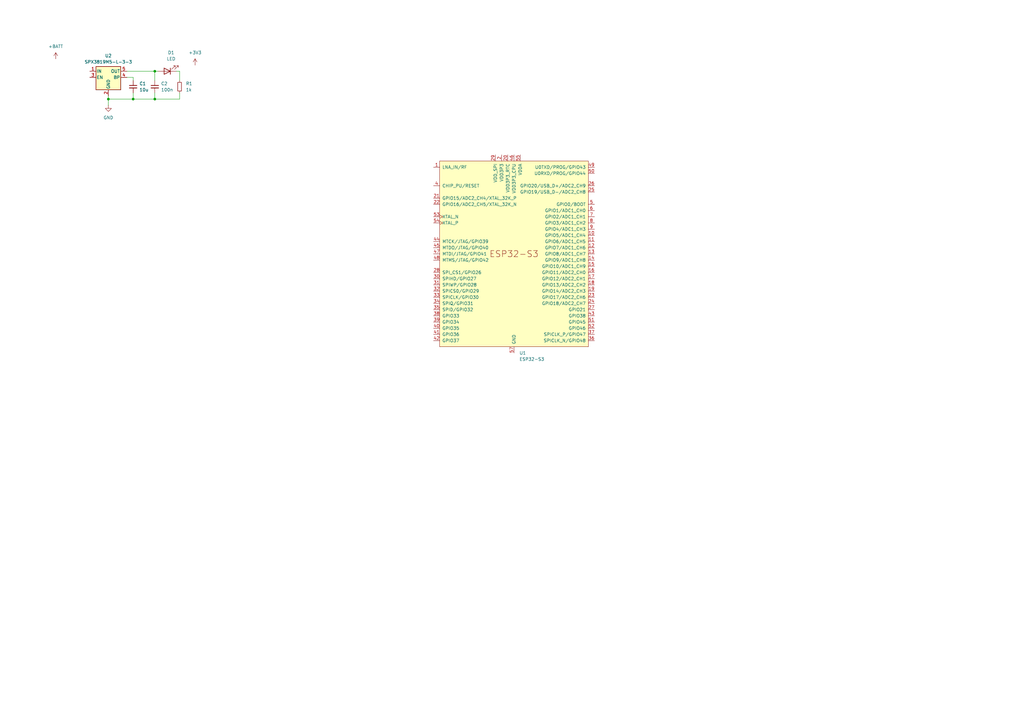
<source format=kicad_sch>
(kicad_sch (version 20231120) (generator "eeschema") (generator_version "8.0")
  (paper "A3")
  (lib_symbols
    (symbol "Device:C_Small" (pin_numbers hide) (pin_names (offset 0.254) hide)
      (property "Reference" "C" (at 0.254 1.778 0))
      (property "Value" "C_Small" (at 0.254 -2.032 0))
      (symbol "C_Small_0_1"
        (polyline (pts (xy -1.524 -0.508) (xy 1.524 -0.508)) (stroke (width 0.3302)))
        (polyline (pts (xy -1.524 0.508) (xy 1.524 0.508)) (stroke (width 0.3048)))
      )
      (symbol "C_Small_1_1"
        (pin passive line (at 0 2.54 270) (length 2.032) (name "~") (number "1"))
        (pin passive line (at 0 -2.54 90) (length 2.032) (name "~") (number "2"))
      )
    )
    (symbol "Device:LED" (pin_numbers hide) (pin_names (offset 1.016) hide)
      (property "Reference" "D" (at 0 2.54 0))
      (property "Value" "LED" (at 0 -2.54 0))
      (symbol "LED_0_1"
        (polyline (pts (xy -1.27 -1.27) (xy -1.27 1.27)) (stroke (width 0.254)))
        (polyline (pts (xy -1.27 0) (xy 1.27 0)))
        (polyline (pts (xy 1.27 -1.27) (xy 1.27 1.27) (xy -1.27 0) (xy 1.27 -1.27)) (stroke (width 0.254)))
        (polyline (pts (xy -3.048 -0.762) (xy -4.572 -2.286) (xy -3.81 -2.286) (xy -4.572 -2.286) (xy -4.572 -1.524)))
        (polyline (pts (xy -1.778 -0.762) (xy -3.302 -2.286) (xy -2.54 -2.286) (xy -3.302 -2.286) (xy -3.302 -1.524)))
      )
      (symbol "LED_1_1"
        (pin passive line (at -3.81 0 0) (length 2.54) (name "K") (number "1"))
        (pin passive line (at 3.81 0 180) (length 2.54) (name "A") (number "2"))
      )
    )
    (symbol "Device:R_Small" (pin_numbers hide) (pin_names (offset 0.254) hide)
      (property "Reference" "R" (at 0.762 0.508 0))
      (property "Value" "R_Small" (at 0.762 -1.016 0))
      (symbol "R_Small_0_1"
        (rectangle (start -0.762 1.778) (end 0.762 -1.778) (stroke (width 0.2032)))
      )
      (symbol "R_Small_1_1"
        (pin passive line (at 0 2.54 270) (length 0.762) (name "~") (number "1"))
        (pin passive line (at 0 -2.54 90) (length 0.762) (name "~") (number "2"))
      )
    )
    (symbol "PCM_Espressif:ESP32-S3" (pin_names (offset 1.016))
      (property "Reference" "U" (at -30.48 43.18 0))
      (property "Value" "ESP32-S3" (at -30.48 40.64 0))
      (symbol "ESP32-S3_0_0"
        (text "ESP32-S3" (at 0 0 0) (effects (font (size 2.54 2.54))))
        (pin bidirectional line (at 33.02 -35.56 180) (length 2.54) (name "SPICLK_N/GPIO48") (number "36"))
        (pin bidirectional line (at 33.02 -33.02 180) (length 2.54) (name "SPICLK_P/GPIO47") (number "37"))
      )
      (symbol "ESP32-S3_0_1"
        (rectangle (start -30.48 38.1) (end 30.48 -38.1) (fill (type background)))
      )
      (symbol "ESP32-S3_1_1"
        (pin bidirectional line (at -33.02 35.56 0) (length 2.54) (name "LNA_IN/RF") (number "1"))
        (pin bidirectional line (at 33.02 7.62 180) (length 2.54) (name "GPIO5/ADC1_CH4") (number "10"))
        (pin bidirectional line (at 33.02 5.08 180) (length 2.54) (name "GPIO6/ADC1_CH5") (number "11"))
        (pin bidirectional line (at 33.02 2.54 180) (length 2.54) (name "GPIO7/ADC1_CH6") (number "12"))
        (pin bidirectional line (at 33.02 0 180) (length 2.54) (name "GPIO8/ADC1_CH7") (number "13"))
        (pin bidirectional line (at 33.02 -2.54 180) (length 2.54) (name "GPIO9/ADC1_CH8") (number "14"))
        (pin bidirectional line (at 33.02 -5.08 180) (length 2.54) (name "GPIO10/ADC1_CH9") (number "15"))
        (pin bidirectional line (at 33.02 -7.62 180) (length 2.54) (name "GPIO11/ADC2_CH0") (number "16"))
        (pin bidirectional line (at 33.02 -10.16 180) (length 2.54) (name "GPIO12/ADC2_CH1") (number "17"))
        (pin bidirectional line (at 33.02 -12.7 180) (length 2.54) (name "GPIO13/ADC2_CH2") (number "18"))
        (pin bidirectional line (at 33.02 -15.24 180) (length 2.54) (name "GPIO14/ADC2_CH3") (number "19"))
        (pin power_in line (at -5.08 40.64 270) (length 2.54) (name "VDD3P3") (number "2"))
        (pin power_in line (at -2.54 40.64 270) (length 2.54) (name "VDD3P3_RTC") (number "20"))
        (pin bidirectional line (at -33.02 22.86 0) (length 2.54) (name "GPIO15/ADC2_CH4/XTAL_32K_P") (number "21"))
        (pin bidirectional line (at -33.02 20.32 0) (length 2.54) (name "GPIO16/ADC2_CH5/XTAL_32K_N") (number "22"))
        (pin bidirectional line (at 33.02 -17.78 180) (length 2.54) (name "GPIO17/ADC2_CH6") (number "23"))
        (pin bidirectional line (at 33.02 -20.32 180) (length 2.54) (name "GPIO18/ADC2_CH7") (number "24"))
        (pin bidirectional line (at 33.02 25.4 180) (length 2.54) (name "GPIO19/USB_D-/ADC2_CH8") (number "25"))
        (pin bidirectional line (at 33.02 27.94 180) (length 2.54) (name "GPIO20/USB_D+/ADC2_CH9") (number "26"))
        (pin bidirectional line (at 33.02 -22.86 180) (length 2.54) (name "GPIO21") (number "27"))
        (pin bidirectional line (at -33.02 -7.62 0) (length 2.54) (name "SPI_CS1/GPIO26") (number "28"))
        (pin power_out line (at -7.62 40.64 270) (length 2.54) (name "VDD_SPI") (number "29"))
        (pin power_in line (at -5.08 40.64 270) (length 2.54) hide (name "VDD3P3") (number "3"))
        (pin bidirectional line (at -33.02 -10.16 0) (length 2.54) (name "SPIHD/GPIO27") (number "30"))
        (pin bidirectional line (at -33.02 -12.7 0) (length 2.54) (name "SPIWP/GPIO28") (number "31"))
        (pin bidirectional line (at -33.02 -15.24 0) (length 2.54) (name "SPICS0/GPIO29") (number "32"))
        (pin bidirectional line (at -33.02 -17.78 0) (length 2.54) (name "SPICLK/GPIO30") (number "33"))
        (pin bidirectional line (at -33.02 -20.32 0) (length 2.54) (name "SPIQ/GPIO31") (number "34"))
        (pin bidirectional line (at -33.02 -22.86 0) (length 2.54) (name "SPID/GPIO32") (number "35"))
        (pin bidirectional line (at -33.02 -25.4 0) (length 2.54) (name "GPIO33") (number "38"))
        (pin bidirectional line (at -33.02 -27.94 0) (length 2.54) (name "GPIO34") (number "39"))
        (pin input line (at -33.02 27.94 0) (length 2.54) (name "CHIP_PU/RESET") (number "4"))
        (pin bidirectional line (at -33.02 -30.48 0) (length 2.54) (name "GPIO35") (number "40"))
        (pin bidirectional line (at -33.02 -33.02 0) (length 2.54) (name "GPIO36") (number "41"))
        (pin bidirectional line (at -33.02 -35.56 0) (length 2.54) (name "GPIO37") (number "42"))
        (pin bidirectional line (at 33.02 -25.4 180) (length 2.54) (name "GPIO38") (number "43"))
        (pin bidirectional line (at -33.02 5.08 0) (length 2.54) (name "MTCK/JTAG/GPIO39") (number "44"))
        (pin bidirectional line (at -33.02 2.54 0) (length 2.54) (name "MTDO/JTAG/GPIO40") (number "45"))
        (pin power_in line (at 0 40.64 270) (length 2.54) (name "VDD3P3_CPU") (number "46"))
        (pin bidirectional line (at -33.02 0 0) (length 2.54) (name "MTDI/JTAG/GPIO41") (number "47"))
        (pin bidirectional line (at -33.02 -2.54 0) (length 2.54) (name "MTMS/JTAG/GPIO42") (number "48"))
        (pin bidirectional line (at 33.02 35.56 180) (length 2.54) (name "U0TXD/PROG/GPIO43") (number "49"))
        (pin bidirectional line (at 33.02 20.32 180) (length 2.54) (name "GPIO0/BOOT") (number "5"))
        (pin bidirectional line (at 33.02 33.02 180) (length 2.54) (name "U0RXD/PROG/GPIO44") (number "50"))
        (pin bidirectional line (at 33.02 -27.94 180) (length 2.54) (name "GPIO45") (number "51"))
        (pin bidirectional line (at 33.02 -30.48 180) (length 2.54) (name "GPIO46") (number "52"))
        (pin input clock (at -33.02 15.24 0) (length 2.54) (name "XTAL_N") (number "53"))
        (pin output clock (at -33.02 12.7 0) (length 2.54) (name "XTAL_P") (number "54"))
        (pin power_in line (at 2.54 40.64 270) (length 2.54) (name "VDDA") (number "55"))
        (pin passive line (at 2.54 40.64 270) (length 2.54) hide (name "VDDA") (number "56"))
        (pin power_in line (at 0 -40.64 90) (length 2.54) (name "GND") (number "57"))
        (pin bidirectional line (at 33.02 17.78 180) (length 2.54) (name "GPIO1/ADC1_CH0") (number "6"))
        (pin bidirectional line (at 33.02 15.24 180) (length 2.54) (name "GPIO2/ADC1_CH1") (number "7"))
        (pin bidirectional line (at 33.02 12.7 180) (length 2.54) (name "GPIO3/ADC1_CH2") (number "8"))
        (pin bidirectional line (at 33.02 10.16 180) (length 2.54) (name "GPIO4/ADC1_CH3") (number "9"))
      )
    )
    (symbol "Regulator_Linear:SPX3819M5-L-3-3" (pin_names (offset 0.254))
      (property "Reference" "U" (at -3.81 5.715 0))
      (property "Value" "SPX3819M5-L-3-3" (at 0 5.715 0))
      (symbol "SPX3819M5-L-3-3_0_1"
        (rectangle (start -5.08 4.445) (end 5.08 -5.08) (stroke (width 0.254)) (fill (type background)))
      )
      (symbol "SPX3819M5-L-3-3_1_1"
        (pin power_in line (at -7.62 2.54 0) (length 2.54) (name "IN") (number "1"))
        (pin power_in line (at 0 -7.62 90) (length 2.54) (name "GND") (number "2"))
        (pin input line (at -7.62 0 0) (length 2.54) (name "EN") (number "3"))
        (pin input line (at 7.62 0 180) (length 2.54) (name "BP") (number "4"))
        (pin power_out line (at 7.62 2.54 180) (length 2.54) (name "OUT") (number "5"))
      )
    )
    (symbol "power:+3V3" (power) (pin_numbers hide) (pin_names (offset 0) hide)
      (property "Value" "+3V3" (at 0 3.556 0))
      (symbol "+3V3_0_1"
        (polyline (pts (xy -0.762 1.27) (xy 0 2.54)))
        (polyline (pts (xy 0 0) (xy 0 2.54)))
        (polyline (pts (xy 0 2.54) (xy 0.762 1.27)))
      )
      (symbol "+3V3_1_1"
        (pin power_in line (at 0 0 90) (length 0) (name "~") (number "1"))
      )
    )
    (symbol "power:+BATT" (power) (pin_numbers hide) (pin_names (offset 0) hide)
      (property "Value" "+BATT" (at 0 3.556 0))
      (symbol "+BATT_0_1"
        (polyline (pts (xy -0.762 1.27) (xy 0 2.54)))
        (polyline (pts (xy 0 0) (xy 0 2.54)))
        (polyline (pts (xy 0 2.54) (xy 0.762 1.27)))
      )
      (symbol "+BATT_1_1"
        (pin power_in line (at 0 0 90) (length 0) (name "~") (number "1"))
      )
    )
    (symbol "power:GND" (power) (pin_numbers hide) (pin_names (offset 0) hide)
      (property "Value" "GND" (at 0 -3.81 0))
      (symbol "GND_0_1"
        (polyline (pts (xy 0 0) (xy 0 -1.27) (xy 1.27 -1.27) (xy 0 -2.54) (xy -1.27 -1.27) (xy 0 -1.27)))
      )
      (symbol "GND_1_1"
        (pin power_in line (at 0 0 270) (length 0) (name "~") (number "1"))
      )
    )
  )
  (junction (at 63.5 40.64))
  (junction (at 63.5 29.21))
  (junction (at 54.61 40.64))
  (junction (at 44.45 40.64))
  (wire (pts (xy 52.07 31.75) (xy 54.61 31.75)))
  (wire (pts (xy 54.61 40.64) (xy 44.45 40.64)))
  (wire (pts (xy 72.39 29.21) (xy 73.66 29.21)))
  (wire (pts (xy 54.61 40.64) (xy 63.5 40.64)))
  (wire (pts (xy 54.61 38.1) (xy 54.61 40.64)))
  (wire (pts (xy 52.07 29.21) (xy 63.5 29.21)))
  (wire (pts (xy 63.5 29.21) (xy 64.77 29.21)))
  (wire (pts (xy 54.61 31.75) (xy 54.61 33.02)))
  (wire (pts (xy 73.66 38.1) (xy 73.66 40.64)))
  (wire (pts (xy 73.66 40.64) (xy 63.5 40.64)))
  (wire (pts (xy 63.5 38.1) (xy 63.5 40.64)))
  (wire (pts (xy 44.45 40.64) (xy 44.45 43.18)))
  (wire (pts (xy 63.5 29.21) (xy 63.5 33.02)))
  (wire (pts (xy 73.66 29.21) (xy 73.66 33.02)))
  (wire (pts (xy 44.45 39.37) (xy 44.45 40.64)))
  (symbol (lib_id "Regulator_Linear:SPX3819M5-L-3-3") (at 44.45 31.75 0) (unit 1)
    (property "Reference" "U2" (at 44.45 22.86 0))
    (property "Value" "SPX3819M5-L-3-3" (at 44.45 25.4 0))
    (property "Footprint" "Package_TO_SOT_SMD:SOT-23-5" (effects (hide yes)))
    (property "Datasheet" "https://www.exar.com/content/document.ashx?id=22106&languageid=1033&type=Datasheet&partnumber=SPX3819&filename=SPX3819.pdf&part=SPX3819" (effects (hide yes)))
    (property "Description" "500mA Low drop-out regulator, Fixed Output 3.3V, SOT-23-5" (effects (hide yes)))
  )
  (symbol (lib_id "power:+BATT") (at 22.86 24.13 0) (unit 1)
    (property "Reference" "#PWR02" (effects (hide yes)))
    (property "Value" "+BATT" (at 22.86 19.05 0))
    (property "Description" "Power symbol creates a global label with name \"+BATT\"" (effects (hide yes)))
  )
  (symbol (lib_id "Device:LED") (at 68.58 29.21 180) (unit 1)
    (property "Reference" "D1" (at 70.1675 21.59 0))
    (property "Value" "LED" (at 70.1675 24.13 0))
    (property "Description" "Light emitting diode" (effects (hide yes)))
  )
  (symbol (lib_id "Device:R_Small") (at 73.66 35.56 0) (unit 1)
    (property "Reference" "R1" (at 76.2 34.2899 0) (effects (justify left)))
    (property "Value" "1k" (at 76.2 36.8299 0) (effects (justify left)))
    (property "Description" "Resistor, small symbol" (effects (hide yes)))
  )
  (symbol (lib_id "power:GND") (at 44.45 43.18 0) (unit 1)
    (property "Reference" "#PWR03" (effects (hide yes)))
    (property "Value" "GND" (at 44.45 48.26 0))
    (property "Description" "Power symbol creates a global label with name \"GND\" , ground" (effects (hide yes)))
  )
  (symbol (lib_id "Device:C_Small") (at 54.61 35.56 0) (unit 1)
    (property "Reference" "C1" (at 57.15 34.2962 0) (effects (justify left)))
    (property "Value" "10u" (at 57.15 36.8362 0) (effects (justify left)))
    (property "Description" "Unpolarized capacitor, small symbol" (effects (hide yes)))
  )
  (symbol (lib_id "Device:C_Small") (at 63.5 35.56 0) (unit 1)
    (property "Reference" "C2" (at 66.04 34.2962 0) (effects (justify left)))
    (property "Value" "100n" (at 66.04 36.8362 0) (effects (justify left)))
    (property "Description" "Unpolarized capacitor, small symbol" (effects (hide yes)))
  )
  (symbol (lib_id "PCM_Espressif:ESP32-S3") (at 210.82 104.14 0) (unit 1)
    (property "Reference" "U1" (at 213.0141 144.78 0) (effects (justify left)))
    (property "Value" "ESP32-S3" (at 213.0141 147.32 0) (effects (justify left)))
    (property "Footprint" "Package_DFN_QFN:QFN-56-1EP_7x7mm_P0.4mm_EP5.6x5.6mm" (effects (hide yes)))
    (property "Datasheet" "https://www.espressif.com/sites/default/files/documentation/esp32-s3_datasheet_en.pdf" (effects (hide yes)))
    (property "Description" "ESP32-S3 is a low-power MCU-based system-on-chip (SoC) that supports 2.4 GHz Wi-Fi and Bluetooth® Low Energy (Bluetooth LE). It consists of high-performance dual-core microprocessor (Xtensa® 32-bit LX7), a low power coprocessor, a Wi-Fi baseband, a Bluetooth LE baseband, RF module, and peripherals." (effects (hide yes)))
  )
  (symbol (lib_id "power:+3V3") (at 80.01 26.67 0) (unit 1)
    (property "Reference" "#PWR01" (effects (hide yes)))
    (property "Value" "+3V3" (at 80.01 21.59 0))
    (property "Description" "Power symbol creates a global label with name \"+3V3\"" (effects (hide yes)))
  )
)
</source>
